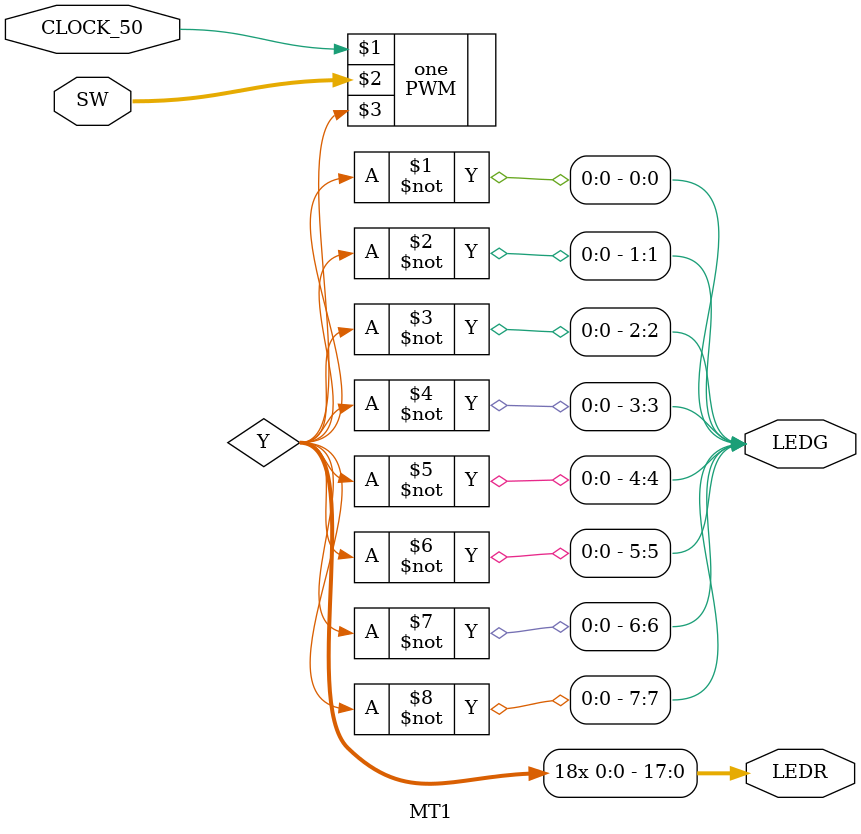
<source format=v>

module MT1( CLOCK_50, SW, LEDR, LEDG );
	input CLOCK_50; //50 MHz cloCK
	input [7:0]SW; //switches
	output [17:0]LEDR; //red LEDs
	output [7:0]LEDG; //green LEDs
	
	wire Y;	//will switch LEDs on and off
	
	PWM one ( CLOCK_50, SW, Y );	//instantiate instance of PWM
	
	assign LEDR[0] = Y;	//assign output of PWM to LEDR
	assign LEDR[1] = Y;	//assign output of PWM to LEDR
	assign LEDR[2] = Y;	//assign output of PWM to LEDR
	assign LEDR[3] = Y;	//assign output of PWM to LEDR
	assign LEDR[4] = Y;	//assign output of PWM to LEDR
	assign LEDR[5] = Y;	//assign output of PWM to LEDR
	assign LEDR[6] = Y;	//assign output of PWM to LEDR
	assign LEDR[7] = Y;	//assign output of PWM to LEDR
	assign LEDR[8] = Y;	//assign output of PWM to LEDR
	assign LEDR[9] = Y;	//assign output of PWM to LEDR
	assign LEDR[10] = Y;	//assign output of PWM to LEDR
	assign LEDR[11] = Y;	//assign output of PWM to LEDR
	assign LEDR[12] = Y;	//assign output of PWM to LEDR
	assign LEDR[13] = Y;	//assign output of PWM to LEDR
	assign LEDR[14] = Y;	//assign output of PWM to LEDR
	assign LEDR[15] = Y;	//assign output of PWM to LEDR
	assign LEDR[16] = Y;	//assign output of PWM to LEDR
	assign LEDR[17] = Y;	//assign output of PWM to LEDR
	
	assign LEDG[0] = ~Y;	//assign output of PWM to LEDG
	assign LEDG[1] = ~Y;	//assign output of PWM to LEDG
	assign LEDG[2] = ~Y;	//assign output of PWM to LEDG
	assign LEDG[3] = ~Y;	//assign output of PWM to LEDG
	assign LEDG[4] = ~Y;	//assign output of PWM to LEDG
	assign LEDG[5] = ~Y;	//assign output of PWM to LEDG
	assign LEDG[6] = ~Y;	//assign output of PWM to LEDG
	assign LEDG[7] = ~Y;	//assign output of PWM to LEDG

endmodule
</source>
